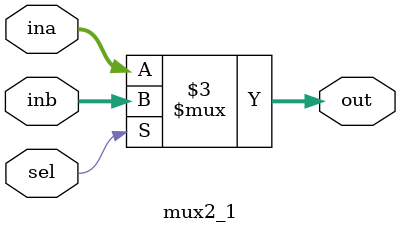
<source format=v>
`timescale 1ns / 1ps

module mux2_1(
    input [31:0] ina, inb,
    input sel,
    output reg [31:0] out
);
    always @(ina or inb or sel) begin
        if (sel)
            out = inb;
        else
            out = ina;
    end
    
    // assign out = sel ? inb : ina;
endmodule

</source>
